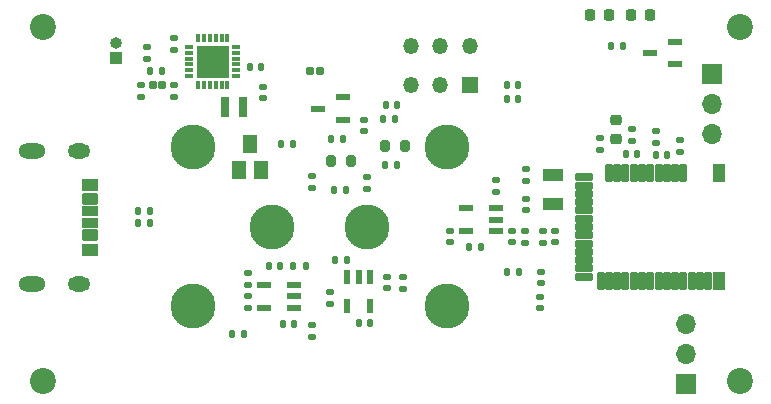
<source format=gts>
%TF.GenerationSoftware,KiCad,Pcbnew,8.0.2-1*%
%TF.CreationDate,2024-12-04T10:13:35+09:00*%
%TF.ProjectId,gas_nrf52832,6761735f-6e72-4663-9532-3833322e6b69,rev?*%
%TF.SameCoordinates,Original*%
%TF.FileFunction,Soldermask,Top*%
%TF.FilePolarity,Negative*%
%FSLAX46Y46*%
G04 Gerber Fmt 4.6, Leading zero omitted, Abs format (unit mm)*
G04 Created by KiCad (PCBNEW 8.0.2-1) date 2024-12-04 10:13:35*
%MOMM*%
%LPD*%
G01*
G04 APERTURE LIST*
G04 Aperture macros list*
%AMRoundRect*
0 Rectangle with rounded corners*
0 $1 Rounding radius*
0 $2 $3 $4 $5 $6 $7 $8 $9 X,Y pos of 4 corners*
0 Add a 4 corners polygon primitive as box body*
4,1,4,$2,$3,$4,$5,$6,$7,$8,$9,$2,$3,0*
0 Add four circle primitives for the rounded corners*
1,1,$1+$1,$2,$3*
1,1,$1+$1,$4,$5*
1,1,$1+$1,$6,$7*
1,1,$1+$1,$8,$9*
0 Add four rect primitives between the rounded corners*
20,1,$1+$1,$2,$3,$4,$5,0*
20,1,$1+$1,$4,$5,$6,$7,0*
20,1,$1+$1,$6,$7,$8,$9,0*
20,1,$1+$1,$8,$9,$2,$3,0*%
G04 Aperture macros list end*
%ADD10RoundRect,0.135000X-0.185000X0.135000X-0.185000X-0.135000X0.185000X-0.135000X0.185000X0.135000X0*%
%ADD11RoundRect,0.135000X0.135000X0.185000X-0.135000X0.185000X-0.135000X-0.185000X0.135000X-0.185000X0*%
%ADD12RoundRect,0.135000X-0.135000X-0.185000X0.135000X-0.185000X0.135000X0.185000X-0.135000X0.185000X0*%
%ADD13R,0.800000X1.800000*%
%ADD14RoundRect,0.140000X-0.170000X0.140000X-0.170000X-0.140000X0.170000X-0.140000X0.170000X0.140000X0*%
%ADD15RoundRect,0.218750X-0.218750X-0.256250X0.218750X-0.256250X0.218750X0.256250X-0.218750X0.256250X0*%
%ADD16RoundRect,0.140000X0.140000X0.170000X-0.140000X0.170000X-0.140000X-0.170000X0.140000X-0.170000X0*%
%ADD17RoundRect,0.102000X-0.500000X-0.700000X0.500000X-0.700000X0.500000X0.700000X-0.500000X0.700000X0*%
%ADD18RoundRect,0.200000X0.200000X0.275000X-0.200000X0.275000X-0.200000X-0.275000X0.200000X-0.275000X0*%
%ADD19R,1.000000X1.000000*%
%ADD20O,1.000000X1.000000*%
%ADD21R,1.700000X1.700000*%
%ADD22O,1.700000X1.700000*%
%ADD23R,1.800000X1.000000*%
%ADD24RoundRect,0.140000X-0.140000X-0.170000X0.140000X-0.170000X0.140000X0.170000X-0.140000X0.170000X0*%
%ADD25RoundRect,0.102000X-0.200000X-0.250000X0.200000X-0.250000X0.200000X0.250000X-0.200000X0.250000X0*%
%ADD26R,1.350000X1.350000*%
%ADD27O,1.350000X1.350000*%
%ADD28R,0.800000X0.300000*%
%ADD29R,0.300000X0.800000*%
%ADD30R,2.800000X2.800000*%
%ADD31C,2.200000*%
%ADD32RoundRect,0.140000X0.170000X-0.140000X0.170000X0.140000X-0.170000X0.140000X-0.170000X-0.140000X0*%
%ADD33RoundRect,0.200000X-0.200000X-0.275000X0.200000X-0.275000X0.200000X0.275000X-0.200000X0.275000X0*%
%ADD34RoundRect,0.218750X0.256250X-0.218750X0.256250X0.218750X-0.256250X0.218750X-0.256250X-0.218750X0*%
%ADD35R,1.200000X0.600000*%
%ADD36RoundRect,0.147500X-0.172500X0.147500X-0.172500X-0.147500X0.172500X-0.147500X0.172500X0.147500X0*%
%ADD37RoundRect,0.102000X-0.400000X0.700000X-0.400000X-0.700000X0.400000X-0.700000X0.400000X0.700000X0*%
%ADD38RoundRect,0.102000X-0.200000X0.700000X-0.200000X-0.700000X0.200000X-0.700000X0.200000X0.700000X0*%
%ADD39RoundRect,0.102000X-0.700000X-0.200000X0.700000X-0.200000X0.700000X0.200000X-0.700000X0.200000X0*%
%ADD40RoundRect,0.102000X0.700000X0.200000X-0.700000X0.200000X-0.700000X-0.200000X0.700000X-0.200000X0*%
%ADD41RoundRect,0.102000X0.200000X-0.700000X0.200000X0.700000X-0.200000X0.700000X-0.200000X-0.700000X0*%
%ADD42RoundRect,0.102000X0.400000X-0.700000X0.400000X0.700000X-0.400000X0.700000X-0.400000X-0.700000X0*%
%ADD43R,1.250000X0.600000*%
%ADD44RoundRect,0.135000X0.185000X-0.135000X0.185000X0.135000X-0.185000X0.135000X-0.185000X-0.135000X0*%
%ADD45RoundRect,0.218750X0.218750X0.256250X-0.218750X0.256250X-0.218750X-0.256250X0.218750X-0.256250X0*%
%ADD46RoundRect,0.102000X-0.600000X0.350000X-0.600000X-0.350000X0.600000X-0.350000X0.600000X0.350000X0*%
%ADD47RoundRect,0.102000X-0.600000X0.380000X-0.600000X-0.380000X0.600000X-0.380000X0.600000X0.380000X0*%
%ADD48RoundRect,0.102000X-0.600000X0.400000X-0.600000X-0.400000X0.600000X-0.400000X0.600000X0.400000X0*%
%ADD49O,2.304000X1.304000*%
%ADD50O,1.904000X1.304000*%
%ADD51R,0.600000X1.200000*%
%ADD52C,3.800000*%
G04 APERTURE END LIST*
D10*
X143825000Y-86765000D03*
X143825000Y-87785000D03*
D11*
X121895000Y-89700000D03*
X120875000Y-89700000D03*
D12*
X127985000Y-96660000D03*
X129005000Y-96660000D03*
D13*
X108850000Y-84795000D03*
X107250000Y-84795000D03*
D14*
X109220000Y-100795000D03*
X109220000Y-101755000D03*
D12*
X116290000Y-87500000D03*
X117310000Y-87500000D03*
D15*
X138232500Y-76972500D03*
X139807500Y-76972500D03*
D12*
X113090000Y-98200000D03*
X114110000Y-98200000D03*
D16*
X132100000Y-84100000D03*
X131140000Y-84100000D03*
D17*
X108450000Y-90090000D03*
X110350000Y-90090000D03*
X109400000Y-87890000D03*
D18*
X122525000Y-88100000D03*
X120875000Y-88100000D03*
D19*
X98080000Y-80640000D03*
D20*
X98080000Y-79370000D03*
D21*
X146300000Y-108225000D03*
D22*
X146300000Y-105685000D03*
X146300000Y-103145000D03*
D23*
X135050000Y-90500000D03*
X135050000Y-93000000D03*
D24*
X143795000Y-88800000D03*
X144755000Y-88800000D03*
D25*
X114510000Y-81710000D03*
X115310000Y-81710000D03*
D26*
X128000000Y-82900000D03*
D27*
X125500000Y-82900000D03*
X123000000Y-82900000D03*
X128000000Y-79600000D03*
X125500000Y-79600000D03*
X123000000Y-79600000D03*
D16*
X111960000Y-98200000D03*
X111000000Y-98200000D03*
D28*
X108250000Y-82170000D03*
X108250000Y-81670000D03*
X108250000Y-81170000D03*
X108250000Y-80670000D03*
X108250000Y-80170000D03*
X108250000Y-79670000D03*
D29*
X107500000Y-78920000D03*
X107000000Y-78920000D03*
X106500000Y-78920000D03*
X106000000Y-78920000D03*
X105500000Y-78920000D03*
X105000000Y-78920000D03*
D28*
X104250000Y-79670000D03*
X104250000Y-80170000D03*
X104250000Y-80670000D03*
X104250000Y-81170000D03*
X104250000Y-81670000D03*
X104250000Y-82170000D03*
D29*
X105000000Y-82920000D03*
X105500000Y-82920000D03*
X106000000Y-82920000D03*
X106500000Y-82920000D03*
X107000000Y-82920000D03*
X107500000Y-82920000D03*
D30*
X106250000Y-80920000D03*
D31*
X91900000Y-78000000D03*
X91900000Y-108000000D03*
X150900000Y-78000000D03*
X150900000Y-108000000D03*
D16*
X113125000Y-103125000D03*
X112165000Y-103125000D03*
D32*
X102950000Y-83895000D03*
X102950000Y-82935000D03*
D33*
X116300000Y-89300000D03*
X117950000Y-89300000D03*
D32*
X100175000Y-83895000D03*
X100175000Y-82935000D03*
D34*
X140400000Y-87437500D03*
X140400000Y-85862500D03*
D32*
X134000000Y-101800000D03*
X134000000Y-100840000D03*
D10*
X119300000Y-90690000D03*
X119300000Y-91710000D03*
D32*
X119100000Y-86800000D03*
X119100000Y-85840000D03*
D35*
X130220000Y-95260000D03*
X130220000Y-94310000D03*
X130220000Y-93360000D03*
X127720000Y-93360000D03*
X127720000Y-95260000D03*
D10*
X132695000Y-95250000D03*
X132695000Y-96270000D03*
D21*
X148500000Y-82000000D03*
D22*
X148500000Y-84540000D03*
X148500000Y-87080000D03*
D14*
X110475000Y-83080000D03*
X110475000Y-84040000D03*
X100710000Y-79710000D03*
X100710000Y-80670000D03*
D25*
X101200000Y-82945000D03*
X102000000Y-82945000D03*
D12*
X131190000Y-98700000D03*
X132210000Y-98700000D03*
D36*
X141750000Y-86665000D03*
X141750000Y-87635000D03*
D37*
X149100000Y-90327500D03*
D38*
X146100000Y-90327500D03*
X145400000Y-90327500D03*
X144700000Y-90327500D03*
X144000000Y-90327500D03*
X143300000Y-90327500D03*
X142600000Y-90327500D03*
X141900000Y-90327500D03*
X141200000Y-90327500D03*
X140500000Y-90327500D03*
X139800000Y-90327500D03*
D39*
X137700000Y-90727500D03*
D40*
X137700000Y-91427500D03*
D39*
X137700000Y-92127500D03*
X137700000Y-92827500D03*
X137700000Y-93527500D03*
X137700000Y-94227500D03*
X137700000Y-94927500D03*
X137700000Y-95627500D03*
X137700000Y-96327500D03*
X137700000Y-97027500D03*
X137700000Y-97727500D03*
X137700000Y-98427500D03*
X137700000Y-99127500D03*
D41*
X139100000Y-99527500D03*
X139800000Y-99527500D03*
X140500000Y-99527500D03*
X141200000Y-99527500D03*
X141900000Y-99527500D03*
X142600000Y-99527500D03*
X143300000Y-99527500D03*
X144000000Y-99527500D03*
X144700000Y-99527500D03*
X145400000Y-99527500D03*
X146100000Y-99527500D03*
X146800000Y-99527500D03*
X147500000Y-99527500D03*
X148200000Y-99527500D03*
D42*
X149100000Y-99527500D03*
D10*
X145800000Y-87590000D03*
X145800000Y-88610000D03*
D32*
X134010000Y-99680000D03*
X134010000Y-98720000D03*
D43*
X117300000Y-85850000D03*
X117300000Y-83950000D03*
X115200000Y-84900000D03*
D24*
X141220000Y-88750000D03*
X142180000Y-88750000D03*
D14*
X120970000Y-99145000D03*
X120970000Y-100105000D03*
D44*
X130220000Y-91990000D03*
X130220000Y-90970000D03*
X116200000Y-101435000D03*
X116200000Y-100415000D03*
D12*
X112000000Y-87900000D03*
X113020000Y-87900000D03*
X120690000Y-85800000D03*
X121710000Y-85800000D03*
D32*
X126320000Y-96215000D03*
X126320000Y-95255000D03*
D44*
X109220000Y-99860000D03*
X109220000Y-98840000D03*
D32*
X132800000Y-91000000D03*
X132800000Y-90040000D03*
D35*
X113120000Y-101750000D03*
X113120000Y-100800000D03*
X113120000Y-99850000D03*
X110620000Y-99850000D03*
X110620000Y-101750000D03*
D11*
X141000000Y-79600000D03*
X139980000Y-79600000D03*
D24*
X118600000Y-103050000D03*
X119560000Y-103050000D03*
D10*
X114700000Y-103190000D03*
X114700000Y-104210000D03*
D43*
X145400000Y-81167500D03*
X145400000Y-79257500D03*
X143300000Y-80212500D03*
D16*
X117580000Y-97700000D03*
X116620000Y-97700000D03*
D12*
X99940000Y-94625000D03*
X100960000Y-94625000D03*
D10*
X122400000Y-99140000D03*
X122400000Y-100160000D03*
D45*
X143257500Y-76972500D03*
X141682500Y-76972500D03*
D16*
X101930000Y-81695000D03*
X100970000Y-81695000D03*
D32*
X139000000Y-88380000D03*
X139000000Y-87420000D03*
D44*
X134200000Y-96265000D03*
X134200000Y-95245000D03*
D10*
X102985000Y-78920000D03*
X102985000Y-79940000D03*
D12*
X99940000Y-93600000D03*
X100960000Y-93600000D03*
D14*
X132800000Y-92520000D03*
X132800000Y-93480000D03*
D46*
X95900000Y-93610000D03*
D47*
X95900000Y-95630000D03*
D48*
X95900000Y-96860000D03*
D46*
X95900000Y-94610000D03*
D47*
X95900000Y-92590000D03*
D48*
X95900000Y-91360000D03*
D49*
X90950000Y-88490000D03*
X90950000Y-99730000D03*
D50*
X94950000Y-88490000D03*
X94950000Y-99730000D03*
D16*
X132100000Y-82900000D03*
X131140000Y-82900000D03*
D11*
X117510000Y-91800000D03*
X116490000Y-91800000D03*
D10*
X114700000Y-90590000D03*
X114700000Y-91610000D03*
D24*
X120920000Y-84600000D03*
X121880000Y-84600000D03*
D14*
X131630000Y-95260000D03*
X131630000Y-96220000D03*
D51*
X119550000Y-99150000D03*
X118600000Y-99150000D03*
X117650000Y-99150000D03*
X117650000Y-101650000D03*
X119550000Y-101650000D03*
D32*
X135270000Y-96215000D03*
X135270000Y-95255000D03*
D16*
X110350000Y-81420000D03*
X109390000Y-81420000D03*
D11*
X108910000Y-104000000D03*
X107890000Y-104000000D03*
D52*
X104550000Y-101650000D03*
X104550000Y-88150000D03*
X111300000Y-94900000D03*
X119300000Y-94900000D03*
X126050000Y-88150000D03*
X126050000Y-101650000D03*
M02*

</source>
